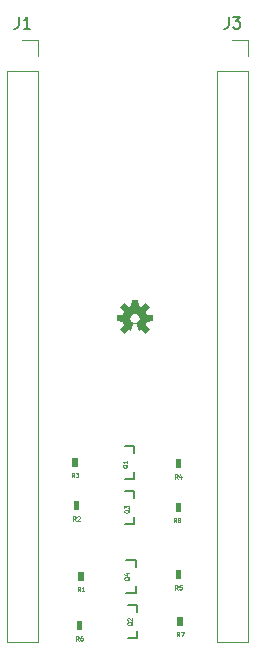
<source format=gbr>
%TF.GenerationSoftware,KiCad,Pcbnew,6.0.11+dfsg-1*%
%TF.CreationDate,2024-09-22T16:02:17-05:00*%
%TF.ProjectId,ps2_pico_hat,7073325f-7069-4636-9f5f-6861742e6b69,rev?*%
%TF.SameCoordinates,Original*%
%TF.FileFunction,Legend,Top*%
%TF.FilePolarity,Positive*%
%FSLAX46Y46*%
G04 Gerber Fmt 4.6, Leading zero omitted, Abs format (unit mm)*
G04 Created by KiCad (PCBNEW 6.0.11+dfsg-1) date 2024-09-22 16:02:17*
%MOMM*%
%LPD*%
G01*
G04 APERTURE LIST*
%ADD10C,0.150000*%
%ADD11C,0.032512*%
%ADD12C,0.120000*%
%ADD13C,0.203200*%
G04 APERTURE END LIST*
D10*
%TO.C,J1*%
X99615666Y-76692380D02*
X99615666Y-77406666D01*
X99568047Y-77549523D01*
X99472809Y-77644761D01*
X99329952Y-77692380D01*
X99234714Y-77692380D01*
X100615666Y-77692380D02*
X100044238Y-77692380D01*
X100329952Y-77692380D02*
X100329952Y-76692380D01*
X100234714Y-76835238D01*
X100139476Y-76930476D01*
X100044238Y-76978095D01*
D11*
%TO.C,R7*%
X113216566Y-129141195D02*
X113091937Y-128963153D01*
X113002916Y-129141195D02*
X113002916Y-128767307D01*
X113145349Y-128767307D01*
X113180958Y-128785112D01*
X113198762Y-128802916D01*
X113216566Y-128838524D01*
X113216566Y-128891937D01*
X113198762Y-128927545D01*
X113180958Y-128945349D01*
X113145349Y-128963153D01*
X113002916Y-128963153D01*
X113341195Y-128767307D02*
X113590454Y-128767307D01*
X113430216Y-129141195D01*
%TO.C,R6*%
X104707566Y-129522195D02*
X104582937Y-129344153D01*
X104493916Y-129522195D02*
X104493916Y-129148307D01*
X104636349Y-129148307D01*
X104671958Y-129166112D01*
X104689762Y-129183916D01*
X104707566Y-129219524D01*
X104707566Y-129272937D01*
X104689762Y-129308545D01*
X104671958Y-129326349D01*
X104636349Y-129344153D01*
X104493916Y-129344153D01*
X105028042Y-129148307D02*
X104956825Y-129148307D01*
X104921216Y-129166112D01*
X104903412Y-129183916D01*
X104867804Y-129237328D01*
X104850000Y-129308545D01*
X104850000Y-129450979D01*
X104867804Y-129486587D01*
X104885608Y-129504391D01*
X104921216Y-129522195D01*
X104992433Y-129522195D01*
X105028042Y-129504391D01*
X105045846Y-129486587D01*
X105063650Y-129450979D01*
X105063650Y-129361958D01*
X105045846Y-129326349D01*
X105028042Y-129308545D01*
X104992433Y-129290741D01*
X104921216Y-129290741D01*
X104885608Y-129308545D01*
X104867804Y-129326349D01*
X104850000Y-129361958D01*
%TO.C,R1*%
X104834566Y-125331195D02*
X104709937Y-125153153D01*
X104620916Y-125331195D02*
X104620916Y-124957307D01*
X104763349Y-124957307D01*
X104798958Y-124975112D01*
X104816762Y-124992916D01*
X104834566Y-125028524D01*
X104834566Y-125081937D01*
X104816762Y-125117545D01*
X104798958Y-125135349D01*
X104763349Y-125153153D01*
X104620916Y-125153153D01*
X105190650Y-125331195D02*
X104977000Y-125331195D01*
X105083825Y-125331195D02*
X105083825Y-124957307D01*
X105048216Y-125010720D01*
X105012608Y-125046328D01*
X104977000Y-125064132D01*
%TO.C,Q4*%
X108983804Y-124128629D02*
X108966000Y-124164237D01*
X108930391Y-124199845D01*
X108876979Y-124253258D01*
X108859174Y-124288866D01*
X108859174Y-124324475D01*
X108948195Y-124306671D02*
X108930391Y-124342279D01*
X108894783Y-124377887D01*
X108823566Y-124395692D01*
X108698937Y-124395692D01*
X108627720Y-124377887D01*
X108592112Y-124342279D01*
X108574307Y-124306671D01*
X108574307Y-124235454D01*
X108592112Y-124199845D01*
X108627720Y-124164237D01*
X108698937Y-124146433D01*
X108823566Y-124146433D01*
X108894783Y-124164237D01*
X108930391Y-124199845D01*
X108948195Y-124235454D01*
X108948195Y-124306671D01*
X108698937Y-123825957D02*
X108948195Y-123825957D01*
X108556503Y-123914978D02*
X108823566Y-124003999D01*
X108823566Y-123772545D01*
%TO.C,Q1*%
X108856804Y-114603629D02*
X108839000Y-114639237D01*
X108803391Y-114674845D01*
X108749979Y-114728258D01*
X108732174Y-114763866D01*
X108732174Y-114799475D01*
X108821195Y-114781671D02*
X108803391Y-114817279D01*
X108767783Y-114852887D01*
X108696566Y-114870692D01*
X108571937Y-114870692D01*
X108500720Y-114852887D01*
X108465112Y-114817279D01*
X108447307Y-114781671D01*
X108447307Y-114710454D01*
X108465112Y-114674845D01*
X108500720Y-114639237D01*
X108571937Y-114621433D01*
X108696566Y-114621433D01*
X108767783Y-114639237D01*
X108803391Y-114674845D01*
X108821195Y-114710454D01*
X108821195Y-114781671D01*
X108821195Y-114265349D02*
X108821195Y-114478999D01*
X108821195Y-114372174D02*
X108447307Y-114372174D01*
X108500720Y-114407783D01*
X108536328Y-114443391D01*
X108554132Y-114478999D01*
%TO.C,Q3*%
X108983804Y-118413629D02*
X108966000Y-118449237D01*
X108930391Y-118484845D01*
X108876979Y-118538258D01*
X108859174Y-118573866D01*
X108859174Y-118609475D01*
X108948195Y-118591671D02*
X108930391Y-118627279D01*
X108894783Y-118662887D01*
X108823566Y-118680692D01*
X108698937Y-118680692D01*
X108627720Y-118662887D01*
X108592112Y-118627279D01*
X108574307Y-118591671D01*
X108574307Y-118520454D01*
X108592112Y-118484845D01*
X108627720Y-118449237D01*
X108698937Y-118431433D01*
X108823566Y-118431433D01*
X108894783Y-118449237D01*
X108930391Y-118484845D01*
X108948195Y-118520454D01*
X108948195Y-118591671D01*
X108574307Y-118306804D02*
X108574307Y-118075349D01*
X108716741Y-118199978D01*
X108716741Y-118146566D01*
X108734545Y-118110957D01*
X108752349Y-118093153D01*
X108787958Y-118075349D01*
X108876979Y-118075349D01*
X108912587Y-118093153D01*
X108930391Y-118110957D01*
X108948195Y-118146566D01*
X108948195Y-118253391D01*
X108930391Y-118288999D01*
X108912587Y-118306804D01*
%TO.C,R4*%
X113089566Y-115806195D02*
X112964937Y-115628153D01*
X112875916Y-115806195D02*
X112875916Y-115432307D01*
X113018349Y-115432307D01*
X113053958Y-115450112D01*
X113071762Y-115467916D01*
X113089566Y-115503524D01*
X113089566Y-115556937D01*
X113071762Y-115592545D01*
X113053958Y-115610349D01*
X113018349Y-115628153D01*
X112875916Y-115628153D01*
X113410042Y-115556937D02*
X113410042Y-115806195D01*
X113321021Y-115414503D02*
X113232000Y-115681566D01*
X113463454Y-115681566D01*
%TO.C,R2*%
X104453566Y-119362195D02*
X104328937Y-119184153D01*
X104239916Y-119362195D02*
X104239916Y-118988307D01*
X104382349Y-118988307D01*
X104417958Y-119006112D01*
X104435762Y-119023916D01*
X104453566Y-119059524D01*
X104453566Y-119112937D01*
X104435762Y-119148545D01*
X104417958Y-119166349D01*
X104382349Y-119184153D01*
X104239916Y-119184153D01*
X104596000Y-119023916D02*
X104613804Y-119006112D01*
X104649412Y-118988307D01*
X104738433Y-118988307D01*
X104774042Y-119006112D01*
X104791846Y-119023916D01*
X104809650Y-119059524D01*
X104809650Y-119095132D01*
X104791846Y-119148545D01*
X104578195Y-119362195D01*
X104809650Y-119362195D01*
%TO.C,Q2*%
X109237804Y-127938629D02*
X109220000Y-127974237D01*
X109184391Y-128009845D01*
X109130979Y-128063258D01*
X109113174Y-128098866D01*
X109113174Y-128134475D01*
X109202195Y-128116671D02*
X109184391Y-128152279D01*
X109148783Y-128187887D01*
X109077566Y-128205692D01*
X108952937Y-128205692D01*
X108881720Y-128187887D01*
X108846112Y-128152279D01*
X108828307Y-128116671D01*
X108828307Y-128045454D01*
X108846112Y-128009845D01*
X108881720Y-127974237D01*
X108952937Y-127956433D01*
X109077566Y-127956433D01*
X109148783Y-127974237D01*
X109184391Y-128009845D01*
X109202195Y-128045454D01*
X109202195Y-128116671D01*
X108863916Y-127813999D02*
X108846112Y-127796195D01*
X108828307Y-127760587D01*
X108828307Y-127671566D01*
X108846112Y-127635957D01*
X108863916Y-127618153D01*
X108899524Y-127600349D01*
X108935132Y-127600349D01*
X108988545Y-127618153D01*
X109202195Y-127831804D01*
X109202195Y-127600349D01*
D10*
%TO.C,J3*%
X117395666Y-76692380D02*
X117395666Y-77406666D01*
X117348047Y-77549523D01*
X117252809Y-77644761D01*
X117109952Y-77692380D01*
X117014714Y-77692380D01*
X117776619Y-76692380D02*
X118395666Y-76692380D01*
X118062333Y-77073333D01*
X118205190Y-77073333D01*
X118300428Y-77120952D01*
X118348047Y-77168571D01*
X118395666Y-77263809D01*
X118395666Y-77501904D01*
X118348047Y-77597142D01*
X118300428Y-77644761D01*
X118205190Y-77692380D01*
X117919476Y-77692380D01*
X117824238Y-77644761D01*
X117776619Y-77597142D01*
D11*
%TO.C,R5*%
X113089566Y-125204195D02*
X112964937Y-125026153D01*
X112875916Y-125204195D02*
X112875916Y-124830307D01*
X113018349Y-124830307D01*
X113053958Y-124848112D01*
X113071762Y-124865916D01*
X113089566Y-124901524D01*
X113089566Y-124954937D01*
X113071762Y-124990545D01*
X113053958Y-125008349D01*
X113018349Y-125026153D01*
X112875916Y-125026153D01*
X113427846Y-124830307D02*
X113249804Y-124830307D01*
X113232000Y-125008349D01*
X113249804Y-124990545D01*
X113285412Y-124972741D01*
X113374433Y-124972741D01*
X113410042Y-124990545D01*
X113427846Y-125008349D01*
X113445650Y-125043958D01*
X113445650Y-125132979D01*
X113427846Y-125168587D01*
X113410042Y-125186391D01*
X113374433Y-125204195D01*
X113285412Y-125204195D01*
X113249804Y-125186391D01*
X113232000Y-125168587D01*
%TO.C,R3*%
X104326566Y-115679195D02*
X104201937Y-115501153D01*
X104112916Y-115679195D02*
X104112916Y-115305307D01*
X104255349Y-115305307D01*
X104290958Y-115323112D01*
X104308762Y-115340916D01*
X104326566Y-115376524D01*
X104326566Y-115429937D01*
X104308762Y-115465545D01*
X104290958Y-115483349D01*
X104255349Y-115501153D01*
X104112916Y-115501153D01*
X104451195Y-115305307D02*
X104682650Y-115305307D01*
X104558021Y-115447741D01*
X104611433Y-115447741D01*
X104647042Y-115465545D01*
X104664846Y-115483349D01*
X104682650Y-115518958D01*
X104682650Y-115607979D01*
X104664846Y-115643587D01*
X104647042Y-115661391D01*
X104611433Y-115679195D01*
X104504608Y-115679195D01*
X104469000Y-115661391D01*
X104451195Y-115643587D01*
%TO.C,R8*%
X112962566Y-119489195D02*
X112837937Y-119311153D01*
X112748916Y-119489195D02*
X112748916Y-119115307D01*
X112891349Y-119115307D01*
X112926958Y-119133112D01*
X112944762Y-119150916D01*
X112962566Y-119186524D01*
X112962566Y-119239937D01*
X112944762Y-119275545D01*
X112926958Y-119293349D01*
X112891349Y-119311153D01*
X112748916Y-119311153D01*
X113176216Y-119275545D02*
X113140608Y-119257741D01*
X113122804Y-119239937D01*
X113105000Y-119204328D01*
X113105000Y-119186524D01*
X113122804Y-119150916D01*
X113140608Y-119133112D01*
X113176216Y-119115307D01*
X113247433Y-119115307D01*
X113283042Y-119133112D01*
X113300846Y-119150916D01*
X113318650Y-119186524D01*
X113318650Y-119204328D01*
X113300846Y-119239937D01*
X113283042Y-119257741D01*
X113247433Y-119275545D01*
X113176216Y-119275545D01*
X113140608Y-119293349D01*
X113122804Y-119311153D01*
X113105000Y-119346762D01*
X113105000Y-119417979D01*
X113122804Y-119453587D01*
X113140608Y-119471391D01*
X113176216Y-119489195D01*
X113247433Y-119489195D01*
X113283042Y-119471391D01*
X113300846Y-119453587D01*
X113318650Y-119417979D01*
X113318650Y-119346762D01*
X113300846Y-119311153D01*
X113283042Y-119293349D01*
X113247433Y-119275545D01*
D12*
%TO.C,J1*%
X101279000Y-81280000D02*
X101279000Y-129600000D01*
X101279000Y-78680000D02*
X101279000Y-80010000D01*
X98619000Y-81280000D02*
X101279000Y-81280000D01*
X98619000Y-129600000D02*
X101279000Y-129600000D01*
X99949000Y-78680000D02*
X101279000Y-78680000D01*
X98619000Y-81280000D02*
X98619000Y-129600000D01*
%TO.C,R7*%
G36*
X113512600Y-128270000D02*
G01*
X113055400Y-128270000D01*
X113055400Y-127508000D01*
X113512600Y-127508000D01*
X113512600Y-128270000D01*
G37*
%TO.C,R6*%
G36*
X105003600Y-128651000D02*
G01*
X104546400Y-128651000D01*
X104546400Y-127889000D01*
X105003600Y-127889000D01*
X105003600Y-128651000D01*
G37*
%TO.C,R1*%
G36*
X105130600Y-124460000D02*
G01*
X104673400Y-124460000D01*
X104673400Y-123698000D01*
X105130600Y-123698000D01*
X105130600Y-124460000D01*
G37*
D13*
%TO.C,Q4*%
X109539000Y-125479000D02*
X108739000Y-125479000D01*
X109539000Y-124879000D02*
X109539000Y-125479000D01*
X109539000Y-122679000D02*
X108739000Y-122679000D01*
X109539000Y-123279000D02*
X109539000Y-122679000D01*
%TO.C,Q1*%
X109412000Y-113027000D02*
X108612000Y-113027000D01*
X109412000Y-115827000D02*
X108612000Y-115827000D01*
X109412000Y-113627000D02*
X109412000Y-113027000D01*
X109412000Y-115227000D02*
X109412000Y-115827000D01*
%TO.C,Q3*%
X109412000Y-117437000D02*
X109412000Y-116837000D01*
X109412000Y-119637000D02*
X108612000Y-119637000D01*
X109412000Y-116837000D02*
X108612000Y-116837000D01*
X109412000Y-119037000D02*
X109412000Y-119637000D01*
%TO.C,R4*%
G36*
X113385600Y-114935000D02*
G01*
X112928400Y-114935000D01*
X112928400Y-114173000D01*
X113385600Y-114173000D01*
X113385600Y-114935000D01*
G37*
%TO.C,LOGO2*%
G36*
X109775647Y-101173649D02*
G01*
X109897470Y-101212656D01*
X110011177Y-101271231D01*
X110402620Y-100952054D01*
X110756946Y-101306380D01*
X110435035Y-101701177D01*
X110531046Y-101932916D01*
X111037800Y-101984439D01*
X111037800Y-102485561D01*
X110531046Y-102537084D01*
X110435035Y-102768823D01*
X110756946Y-103163620D01*
X110402620Y-103517946D01*
X110011177Y-103198770D01*
X109830601Y-103291794D01*
X109562679Y-102645073D01*
X109800262Y-102452600D01*
X109847649Y-102356468D01*
X109866729Y-102245339D01*
X109853464Y-102133366D01*
X109808947Y-102029771D01*
X109736842Y-101943082D01*
X109643087Y-101880439D01*
X109535406Y-101847001D01*
X109422658Y-101845520D01*
X109314132Y-101876119D01*
X109218766Y-101936276D01*
X109144411Y-102021038D01*
X109097187Y-102123431D01*
X109081824Y-102229233D01*
X109151077Y-102457565D01*
X109224688Y-102538773D01*
X109565677Y-102743100D01*
X109344710Y-102743100D01*
X109118668Y-103288732D01*
X108967403Y-103218577D01*
X108935078Y-103200192D01*
X108545380Y-103517946D01*
X108191054Y-103163620D01*
X108512965Y-102768823D01*
X108416954Y-102537084D01*
X107910200Y-102485561D01*
X107910200Y-101984439D01*
X108416954Y-101932916D01*
X108512965Y-101701177D01*
X108191054Y-101306380D01*
X108545380Y-100952054D01*
X108940177Y-101273965D01*
X109171916Y-101177954D01*
X109223439Y-100671200D01*
X109724561Y-100671200D01*
X109775647Y-101173649D01*
G37*
%TO.C,R2*%
G36*
X104749600Y-118491000D02*
G01*
X104292400Y-118491000D01*
X104292400Y-117729000D01*
X104749600Y-117729000D01*
X104749600Y-118491000D01*
G37*
%TO.C,Q2*%
X109666000Y-126489000D02*
X108866000Y-126489000D01*
X109666000Y-128689000D02*
X109666000Y-129289000D01*
X109666000Y-127089000D02*
X109666000Y-126489000D01*
X109666000Y-129289000D02*
X108866000Y-129289000D01*
D12*
%TO.C,J3*%
X116399000Y-129600000D02*
X119059000Y-129600000D01*
X117729000Y-78680000D02*
X119059000Y-78680000D01*
X119059000Y-81280000D02*
X119059000Y-129600000D01*
X116399000Y-81280000D02*
X119059000Y-81280000D01*
X119059000Y-78680000D02*
X119059000Y-80010000D01*
X116399000Y-81280000D02*
X116399000Y-129600000D01*
%TO.C,R5*%
G36*
X113385600Y-124333000D02*
G01*
X112928400Y-124333000D01*
X112928400Y-123571000D01*
X113385600Y-123571000D01*
X113385600Y-124333000D01*
G37*
%TO.C,R3*%
G36*
X104622600Y-114808000D02*
G01*
X104165400Y-114808000D01*
X104165400Y-114046000D01*
X104622600Y-114046000D01*
X104622600Y-114808000D01*
G37*
%TO.C,R8*%
G36*
X113385600Y-118618000D02*
G01*
X112928400Y-118618000D01*
X112928400Y-117856000D01*
X113385600Y-117856000D01*
X113385600Y-118618000D01*
G37*
%TD*%
M02*

</source>
